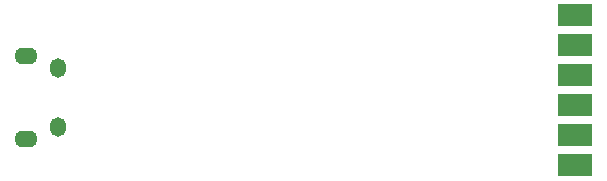
<source format=gbs>
G04 #@! TF.FileFunction,Soldermask,Bot*
%FSLAX46Y46*%
G04 Gerber Fmt 4.6, Leading zero omitted, Abs format (unit mm)*
G04 Created by KiCad (PCBNEW 4.0.0-rc1-stable) date 12/2/2015 11:11:47 PM*
%MOMM*%
G01*
G04 APERTURE LIST*
%ADD10C,0.100000*%
%ADD11O,1.350000X1.650000*%
%ADD12O,1.950000X1.400000*%
%ADD13R,2.940000X1.924000*%
G04 APERTURE END LIST*
D10*
D11*
X132080000Y-112395000D03*
X132080000Y-117395000D03*
D12*
X129380000Y-111395000D03*
X129380000Y-118395000D03*
D13*
X175895000Y-107950000D03*
X175895000Y-110490000D03*
X175895000Y-113030000D03*
X175895000Y-115570000D03*
X175895000Y-118110000D03*
X175895000Y-120650000D03*
M02*

</source>
